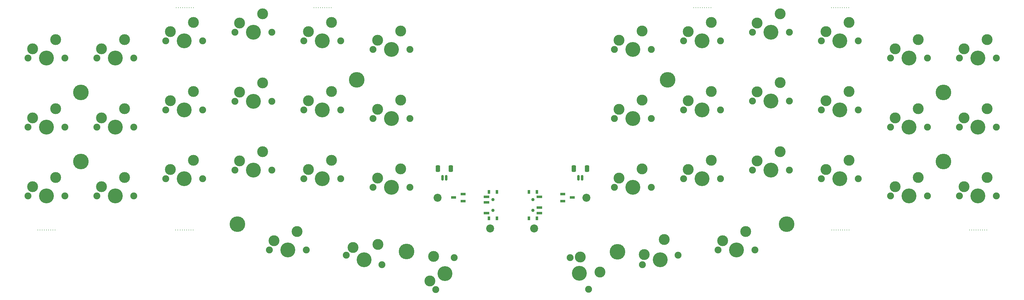
<source format=gts>
G04 #@! TF.GenerationSoftware,KiCad,Pcbnew,7.0.1*
G04 #@! TF.CreationDate,2023-03-26T00:44:15-07:00*
G04 #@! TF.ProjectId,corne-wireless,636f726e-652d-4776-9972-656c6573732e,3.0.1*
G04 #@! TF.SameCoordinates,Original*
G04 #@! TF.FileFunction,Soldermask,Top*
G04 #@! TF.FilePolarity,Negative*
%FSLAX46Y46*%
G04 Gerber Fmt 4.6, Leading zero omitted, Abs format (unit mm)*
G04 Created by KiCad (PCBNEW 7.0.1) date 2023-03-26 00:44:15*
%MOMM*%
%LPD*%
G01*
G04 APERTURE LIST*
G04 Aperture macros list*
%AMRoundRect*
0 Rectangle with rounded corners*
0 $1 Rounding radius*
0 $2 $3 $4 $5 $6 $7 $8 $9 X,Y pos of 4 corners*
0 Add a 4 corners polygon primitive as box body*
4,1,4,$2,$3,$4,$5,$6,$7,$8,$9,$2,$3,0*
0 Add four circle primitives for the rounded corners*
1,1,$1+$1,$2,$3*
1,1,$1+$1,$4,$5*
1,1,$1+$1,$6,$7*
1,1,$1+$1,$8,$9*
0 Add four rect primitives between the rounded corners*
20,1,$1+$1,$2,$3,$4,$5,0*
20,1,$1+$1,$4,$5,$6,$7,0*
20,1,$1+$1,$6,$7,$8,$9,0*
20,1,$1+$1,$8,$9,$2,$3,0*%
G04 Aperture macros list end*
%ADD10C,1.900000*%
%ADD11C,3.000000*%
%ADD12C,4.100000*%
%ADD13C,4.300000*%
%ADD14C,2.200000*%
%ADD15C,0.300000*%
%ADD16RoundRect,0.250000X-0.350000X-0.650000X0.350000X-0.650000X0.350000X0.650000X-0.350000X0.650000X0*%
%ADD17RoundRect,0.150000X-0.150000X-0.625000X0.150000X-0.625000X0.150000X0.625000X-0.150000X0.625000X0*%
%ADD18R,1.400000X0.800000*%
%ADD19R,1.500000X0.700000*%
%ADD20R,0.800000X1.000000*%
%ADD21C,0.900000*%
G04 APERTURE END LIST*
D10*
X34027500Y-35780000D03*
D11*
X35297500Y-33240000D03*
D12*
X39107500Y-35780000D03*
D11*
X41647500Y-30700000D03*
D10*
X44187500Y-35780000D03*
X53027500Y-31030000D03*
D11*
X54297500Y-28490000D03*
D12*
X58107500Y-31030000D03*
D11*
X60647500Y-25950000D03*
D10*
X63187500Y-31030000D03*
X72027500Y-28655000D03*
D11*
X73297500Y-26115000D03*
D12*
X77107500Y-28655000D03*
D11*
X79647500Y-23575000D03*
D10*
X82187500Y-28655000D03*
X91027500Y-31030000D03*
D11*
X92297500Y-28490000D03*
D12*
X96107500Y-31030000D03*
D11*
X98647500Y-25950000D03*
D10*
X101187500Y-31030000D03*
X15027500Y-54780000D03*
D11*
X16297500Y-52240000D03*
D12*
X20107500Y-54780000D03*
D11*
X22647500Y-49700000D03*
D10*
X25187500Y-54780000D03*
X34027500Y-54780000D03*
D11*
X35297500Y-52240000D03*
D12*
X39107500Y-54780000D03*
D11*
X41647500Y-49700000D03*
D10*
X44187500Y-54780000D03*
X53027500Y-50030000D03*
D11*
X54297500Y-47490000D03*
D12*
X58107500Y-50030000D03*
D11*
X60647500Y-44950000D03*
D10*
X63187500Y-50030000D03*
X72027500Y-47655000D03*
D11*
X73297500Y-45115000D03*
D12*
X77107500Y-47655000D03*
D11*
X79647500Y-42575000D03*
D10*
X82187500Y-47655000D03*
X91027500Y-50030000D03*
D11*
X92297500Y-47490000D03*
D12*
X96107500Y-50030000D03*
D11*
X98647500Y-44950000D03*
D10*
X101187500Y-50030000D03*
X110027500Y-52405000D03*
D11*
X111297500Y-49865000D03*
D12*
X115107500Y-52405000D03*
D11*
X117647500Y-47325000D03*
D10*
X120187500Y-52405000D03*
X15027500Y-73780000D03*
D11*
X16297500Y-71240000D03*
D12*
X20107500Y-73780000D03*
D11*
X22647500Y-68700000D03*
D10*
X25187500Y-73780000D03*
X34027500Y-73780000D03*
D11*
X35297500Y-71240000D03*
D12*
X39107500Y-73780000D03*
D11*
X41647500Y-68700000D03*
D10*
X44187500Y-73780000D03*
X53027500Y-69030000D03*
D11*
X54297500Y-66490000D03*
D12*
X58107500Y-69030000D03*
D11*
X60647500Y-63950000D03*
D10*
X63187500Y-69030000D03*
X72027500Y-66655000D03*
D11*
X73297500Y-64115000D03*
D12*
X77107500Y-66655000D03*
D11*
X79647500Y-61575000D03*
D10*
X82187500Y-66655000D03*
X91027500Y-69030000D03*
D11*
X92297500Y-66490000D03*
D12*
X96107500Y-69030000D03*
D11*
X98647500Y-63950000D03*
D10*
X101187500Y-69030000D03*
X110027500Y-71405000D03*
D11*
X111297500Y-68865000D03*
D12*
X115107500Y-71405000D03*
D11*
X117647500Y-66325000D03*
D10*
X120187500Y-71405000D03*
X81527500Y-88655000D03*
D11*
X82797500Y-86115000D03*
D12*
X86607500Y-88655000D03*
D11*
X89147500Y-83575000D03*
D10*
X91687500Y-88655000D03*
X102700597Y-90090199D03*
D11*
X104584723Y-87965448D03*
D12*
X107607500Y-91405000D03*
D11*
X111375752Y-87155497D03*
D10*
X112514403Y-92719801D03*
X127317500Y-99554409D03*
D11*
X125752795Y-97184557D03*
D12*
X129857500Y-95155000D03*
D11*
X126728091Y-90415295D03*
D10*
X132397500Y-90755591D03*
X164324500Y-90750591D03*
D11*
X167159205Y-90580443D03*
D12*
X166864500Y-95150000D03*
D11*
X172533909Y-94809705D03*
D10*
X169404500Y-99549409D03*
X214534500Y-66650000D03*
D11*
X215804500Y-64110000D03*
D12*
X219614500Y-66650000D03*
D11*
X222154500Y-61570000D03*
D10*
X224694500Y-66650000D03*
X195534500Y-69025000D03*
D11*
X196804500Y-66485000D03*
D12*
X200614500Y-69025000D03*
D11*
X203154500Y-63945000D03*
D10*
X205694500Y-69025000D03*
X176534500Y-71400000D03*
D11*
X177804500Y-68860000D03*
D12*
X181614500Y-71400000D03*
D11*
X184154500Y-66320000D03*
D10*
X186694500Y-71400000D03*
X205034500Y-88650000D03*
D11*
X206304500Y-86110000D03*
D12*
X210114500Y-88650000D03*
D11*
X212654500Y-83570000D03*
D10*
X215194500Y-88650000D03*
X184207597Y-92714801D03*
D11*
X184776922Y-89932649D03*
D12*
X189114500Y-91400000D03*
D11*
X190253151Y-85835696D03*
D10*
X194021403Y-90085199D03*
X214534500Y-28650000D03*
D11*
X215804500Y-26110000D03*
D12*
X219614500Y-28650000D03*
D11*
X222154500Y-23570000D03*
D10*
X224694500Y-28650000D03*
X195534500Y-31025000D03*
D11*
X196804500Y-28485000D03*
D12*
X200614500Y-31025000D03*
D11*
X203154500Y-25945000D03*
D10*
X205694500Y-31025000D03*
X271534500Y-54775000D03*
D11*
X272804500Y-52235000D03*
D12*
X276614500Y-54775000D03*
D11*
X279154500Y-49695000D03*
D10*
X281694500Y-54775000D03*
X233534500Y-31025000D03*
D11*
X234804500Y-28485000D03*
D12*
X238614500Y-31025000D03*
D11*
X241154500Y-25945000D03*
D10*
X243694500Y-31025000D03*
X252534500Y-54775000D03*
D11*
X253804500Y-52235000D03*
D12*
X257614500Y-54775000D03*
D11*
X260154500Y-49695000D03*
D10*
X262694500Y-54775000D03*
X252534500Y-73775000D03*
D11*
X253804500Y-71235000D03*
D12*
X257614500Y-73775000D03*
D11*
X260154500Y-68695000D03*
D10*
X262694500Y-73775000D03*
X233534500Y-69025000D03*
D11*
X234804500Y-66485000D03*
D12*
X238614500Y-69025000D03*
D11*
X241154500Y-63945000D03*
D10*
X243694500Y-69025000D03*
X271534500Y-35775000D03*
D11*
X272804500Y-33235000D03*
D12*
X276614500Y-35775000D03*
D11*
X279154500Y-30695000D03*
D10*
X281694500Y-35775000D03*
X252534500Y-35775000D03*
D11*
X253804500Y-33235000D03*
D12*
X257614500Y-35775000D03*
D11*
X260154500Y-30695000D03*
D10*
X262694500Y-35775000D03*
X233534500Y-50025000D03*
D11*
X234804500Y-47485000D03*
D12*
X238614500Y-50025000D03*
D11*
X241154500Y-44945000D03*
D10*
X243694500Y-50025000D03*
X214534500Y-47650000D03*
D11*
X215804500Y-45110000D03*
D12*
X219614500Y-47650000D03*
D11*
X222154500Y-42570000D03*
D10*
X224694500Y-47650000D03*
X195534500Y-50025000D03*
D11*
X196804500Y-47485000D03*
D12*
X200614500Y-50025000D03*
D11*
X203154500Y-44945000D03*
D10*
X205694500Y-50025000D03*
X176534500Y-52400000D03*
D11*
X177804500Y-49860000D03*
D12*
X181614500Y-52400000D03*
D11*
X184154500Y-47320000D03*
D10*
X186694500Y-52400000D03*
X271534500Y-73775000D03*
D11*
X272804500Y-71235000D03*
D12*
X276614500Y-73775000D03*
D11*
X279154500Y-68695000D03*
D10*
X281694500Y-73775000D03*
X15027500Y-35780000D03*
D11*
X16297500Y-33240000D03*
D12*
X20107500Y-35780000D03*
D11*
X22647500Y-30700000D03*
D10*
X25187500Y-35780000D03*
D13*
X105575500Y-41765500D03*
X72764500Y-81520500D03*
X119330500Y-89135000D03*
D14*
X127869500Y-74254000D03*
X142301500Y-82775000D03*
D13*
X177389500Y-89145000D03*
X223955500Y-81530500D03*
X267099500Y-45265500D03*
X191144500Y-41775500D03*
D10*
X110027500Y-33405000D03*
D11*
X111297500Y-30865000D03*
D12*
X115107500Y-33405000D03*
D11*
X117647500Y-28325000D03*
D10*
X120187500Y-33405000D03*
X176527500Y-33405000D03*
D11*
X177797500Y-30865000D03*
D12*
X181607500Y-33405000D03*
D11*
X184147500Y-28325000D03*
D10*
X186687500Y-33405000D03*
D13*
X29607500Y-64280000D03*
X29607500Y-45280000D03*
D15*
X55861750Y-21869000D03*
X56455500Y-21869000D03*
X57049250Y-21869000D03*
X57643000Y-21869000D03*
X58236750Y-21869000D03*
X58830500Y-21869000D03*
X59424250Y-21869000D03*
X60018000Y-21869000D03*
X60611750Y-21869000D03*
X93832500Y-21873000D03*
X94426250Y-21873000D03*
X95020000Y-21873000D03*
X95613750Y-21873000D03*
X96207500Y-21873000D03*
X96801250Y-21873000D03*
X97395000Y-21873000D03*
X97988750Y-21873000D03*
X98582500Y-21873000D03*
X17787500Y-83176000D03*
X18381250Y-83176000D03*
X18975000Y-83176000D03*
X19568750Y-83176000D03*
X20162500Y-83176000D03*
X20756250Y-83176000D03*
X21350000Y-83176000D03*
X21943750Y-83176000D03*
X22537500Y-83176000D03*
X55748500Y-83178000D03*
X56342250Y-83178000D03*
X56936000Y-83178000D03*
X57529750Y-83178000D03*
X58123500Y-83178000D03*
X58717250Y-83178000D03*
X59311000Y-83178000D03*
X59904750Y-83178000D03*
X60498500Y-83178000D03*
D16*
X131497500Y-66230000D03*
X127897500Y-66230000D03*
D17*
X130197500Y-68755000D03*
X129197500Y-68755000D03*
D18*
X132277500Y-74220000D03*
X134877500Y-73270000D03*
X134877500Y-75170000D03*
D17*
X166651500Y-68755000D03*
X167651500Y-68755000D03*
D16*
X165351500Y-66230000D03*
X168951500Y-66230000D03*
D19*
X141347500Y-74030000D03*
X141347500Y-75530000D03*
X141347500Y-78530000D03*
D20*
X144207500Y-72630000D03*
X141997500Y-72630000D03*
D21*
X143107500Y-74780000D03*
X143107500Y-77780000D03*
D20*
X144207500Y-79930000D03*
X141997500Y-79930000D03*
X155217500Y-72630000D03*
X153007500Y-72630000D03*
D21*
X154107500Y-74780000D03*
X154107500Y-77780000D03*
D20*
X155217500Y-79930000D03*
X153007500Y-79930000D03*
D19*
X155867500Y-74030000D03*
X155867500Y-77030000D03*
X155867500Y-78530000D03*
D18*
X162287500Y-73270000D03*
X162287500Y-75170000D03*
X164887500Y-74220000D03*
D14*
X154418500Y-82785000D03*
D13*
X267099500Y-64265500D03*
D14*
X168850500Y-74264000D03*
D15*
X279030500Y-83183000D03*
X278436750Y-83183000D03*
X277843000Y-83183000D03*
X277249250Y-83183000D03*
X276655500Y-83183000D03*
X276061750Y-83183000D03*
X275468000Y-83183000D03*
X274874250Y-83183000D03*
X274280500Y-83183000D03*
X203112500Y-21885000D03*
X202518750Y-21885000D03*
X201925000Y-21885000D03*
X201331250Y-21885000D03*
X200737500Y-21885000D03*
X200143750Y-21885000D03*
X199550000Y-21885000D03*
X198956250Y-21885000D03*
X198362500Y-21885000D03*
X241024500Y-21870000D03*
X240430750Y-21870000D03*
X239837000Y-21870000D03*
X239243250Y-21870000D03*
X238649500Y-21870000D03*
X238055750Y-21870000D03*
X237462000Y-21870000D03*
X236868250Y-21870000D03*
X236274500Y-21870000D03*
X241116500Y-83193000D03*
X240522750Y-83193000D03*
X239929000Y-83193000D03*
X239335250Y-83193000D03*
X238741500Y-83193000D03*
X238147750Y-83193000D03*
X237554000Y-83193000D03*
X236960250Y-83193000D03*
X236366500Y-83193000D03*
M02*

</source>
